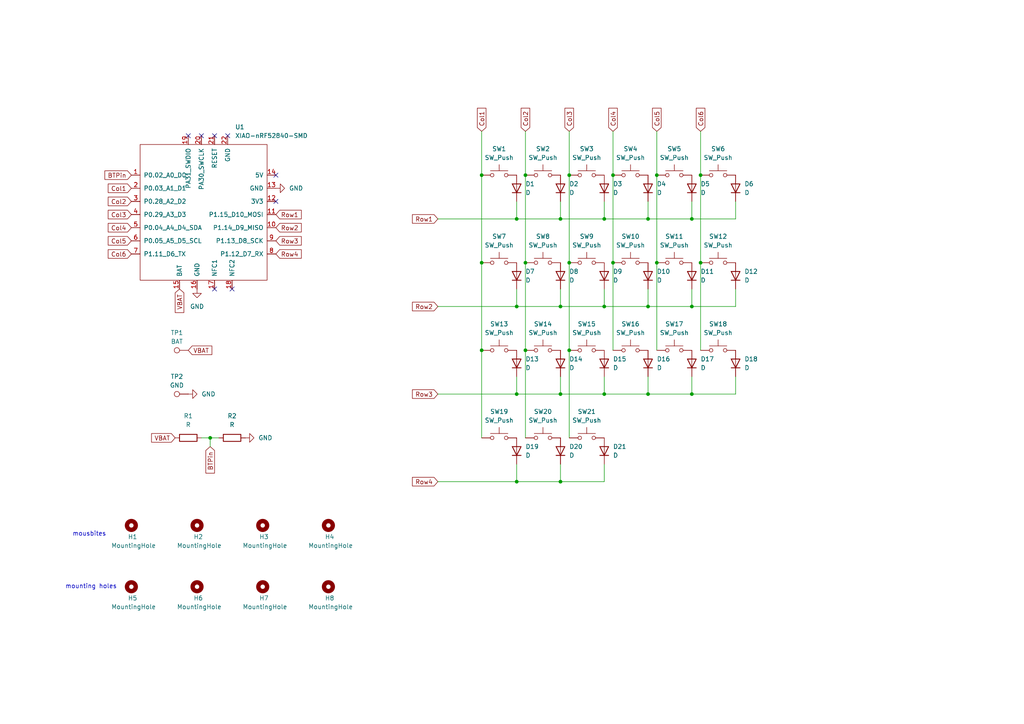
<source format=kicad_sch>
(kicad_sch (version 20250114) (generator "eeschema") (generator_version "9.0")
  (paper "A4")
  (lib_symbols
    (symbol "Connector:TestPoint" (pin_numbers (hide yes)) (pin_names (offset 0.762) (hide yes))
      (property "Reference" "TP" (at 0 6.858 0))
      (property "Value" "TestPoint" (at 0 5.08 0))
      (symbol "TestPoint_0_1"
        (circle (center 0 3.302) (radius 0.762))
      )
      (symbol "TestPoint_1_1"
        (pin passive line (at 0 0 90) (length 2.54) (name "1") (number "1"))
      )
    )
    (symbol "Device:D" (pin_numbers (hide yes)) (pin_names (offset 1.016) (hide yes))
      (property "Reference" "D" (at 0 2.54 0))
      (property "Value" "D" (at 0 -2.54 0))
      (symbol "D_0_1"
        (polyline (pts (xy -1.27 1.27) (xy -1.27 -1.27)) (stroke (width 0.254)))
        (polyline (pts (xy 1.27 1.27) (xy 1.27 -1.27) (xy -1.27 0) (xy 1.27 1.27)) (stroke (width 0.254)))
        (polyline (pts (xy 1.27 0) (xy -1.27 0)))
      )
      (symbol "D_1_1"
        (pin passive line (at -3.81 0 0) (length 2.54) (name "K") (number "1"))
        (pin passive line (at 3.81 0 180) (length 2.54) (name "A") (number "2"))
      )
    )
    (symbol "Device:R" (pin_numbers (hide yes)) (pin_names (offset 0))
      (property "Reference" "R" (at 2.032 0 90))
      (property "Value" "R" (at 0 0 90))
      (symbol "R_0_1"
        (rectangle (start -1.016 -2.54) (end 1.016 2.54) (stroke (width 0.254)))
      )
      (symbol "R_1_1"
        (pin passive line (at 0 3.81 270) (length 1.27) (name "~") (number "1"))
        (pin passive line (at 0 -3.81 90) (length 1.27) (name "~") (number "2"))
      )
    )
    (symbol "Mechanical:MountingHole" (pin_names (offset 1.016)) (in_bom no)
      (property "Reference" "H" (at 0 5.08 0))
      (property "Value" "MountingHole" (at 0 3.175 0))
      (symbol "MountingHole_0_1"
        (circle (center 0 0) (radius 1.27) (stroke (width 1.27)))
      )
    )
    (symbol "Seeed_Studio_XIAO_Series:XIAO-nRF52840-SMD" (pin_names (offset 1.016))
      (property "Reference" "U" (at -18.542 23.114 0))
      (property "Value" "XIAO-nRF52840-SMD" (at -8.636 21.336 0))
      (symbol "XIAO-nRF52840-SMD_0_1"
        (rectangle (start -19.05 20.32) (end 17.78 -19.05))
      )
      (symbol "XIAO-nRF52840-SMD_1_1"
        (pin passive line (at -21.59 11.43 0) (length 2.54) (name "P0.02_A0_D0") (number "1"))
        (pin passive line (at -21.59 7.62 0) (length 2.54) (name "P0.03_A1_D1") (number "2"))
        (pin passive line (at -21.59 3.81 0) (length 2.54) (name "P0.28_A2_D2") (number "3"))
        (pin passive line (at -21.59 0 0) (length 2.54) (name "P0.29_A3_D3") (number "4"))
        (pin passive line (at -21.59 -3.81 0) (length 2.54) (name "P0.04_A4_D4_SDA") (number "5"))
        (pin passive line (at -21.59 -7.62 0) (length 2.54) (name "P0.05_A5_D5_SCL") (number "6"))
        (pin passive line (at -21.59 -11.43 0) (length 2.54) (name "P1.11_D6_TX") (number "7"))
        (pin passive line (at -7.62 -21.59 90) (length 2.54) (name "BAT") (number "15"))
        (pin passive line (at -5.08 22.86 270) (length 2.54) (name "PA31_SWDIO") (number "19"))
        (pin passive line (at -2.54 -21.59 90) (length 2.54) (name "GND") (number "16"))
        (pin passive line (at -1.27 22.86 270) (length 2.54) (name "PA30_SWCLK") (number "20"))
        (pin passive line (at 2.54 22.86 270) (length 2.54) (name "RESET") (number "21"))
        (pin passive line (at 2.54 -21.59 90) (length 2.54) (name "NFC1") (number "17"))
        (pin passive line (at 6.35 22.86 270) (length 2.54) (name "GND") (number "22"))
        (pin passive line (at 7.62 -21.59 90) (length 2.54) (name "NFC2") (number "18"))
        (pin passive line (at 20.32 11.43 180) (length 2.54) (name "5V") (number "14"))
        (pin passive line (at 20.32 7.62 180) (length 2.54) (name "GND") (number "13"))
        (pin passive line (at 20.32 3.81 180) (length 2.54) (name "3V3") (number "12"))
        (pin passive line (at 20.32 0 180) (length 2.54) (name "P1.15_D10_MOSI") (number "11"))
        (pin passive line (at 20.32 -3.81 180) (length 2.54) (name "P1.14_D9_MISO") (number "10"))
        (pin passive line (at 20.32 -7.62 180) (length 2.54) (name "P1.13_D8_SCK") (number "9"))
        (pin passive line (at 20.32 -11.43 180) (length 2.54) (name "P1.12_D7_RX") (number "8"))
      )
    )
    (symbol "Switch:SW_Push" (pin_numbers (hide yes)) (pin_names (offset 1.016) (hide yes))
      (property "Reference" "SW" (at 1.27 2.54 0))
      (property "Value" "SW_Push" (at 0 -1.524 0))
      (symbol "SW_Push_0_1"
        (circle (center -2.032 0) (radius 0.508))
        (polyline (pts (xy 0 1.27) (xy 0 3.048)))
        (circle (center 2.032 0) (radius 0.508))
        (polyline (pts (xy 2.54 1.27) (xy -2.54 1.27)))
        (pin passive line (at -5.08 0 0) (length 2.54) (name "1") (number "1"))
        (pin passive line (at 5.08 0 180) (length 2.54) (name "2") (number "2"))
      )
    )
    (symbol "power:GND" (power) (pin_numbers (hide yes)) (pin_names (offset 0) (hide yes))
      (property "Value" "GND" (at 0 -3.81 0))
      (symbol "GND_0_1"
        (polyline (pts (xy 0 0) (xy 0 -1.27) (xy 1.27 -1.27) (xy 0 -2.54) (xy -1.27 -1.27) (xy 0 -1.27)))
      )
      (symbol "GND_1_1"
        (pin power_in line (at 0 0 270) (length 0) (name "~") (number "1"))
      )
    )
  )
  (text "mounting holes\n" (at 26.416 170.18 0) (effects (font (size 1.27 1.27))))
  (text "mousbites" (at 25.908 154.94 0) (effects (font (size 1.27 1.27))))
  (junction (at 162.56 114.3))
  (junction (at 177.8 76.2))
  (junction (at 165.1 101.6))
  (junction (at 162.56 63.5))
  (junction (at 152.4 76.2))
  (junction (at 190.5 76.2))
  (junction (at 162.56 88.9))
  (junction (at 200.66 63.5))
  (junction (at 190.5 50.8))
  (junction (at 200.66 114.3))
  (junction (at 60.96 127))
  (junction (at 139.7 101.6))
  (junction (at 149.86 63.5))
  (junction (at 165.1 76.2))
  (junction (at 175.26 114.3))
  (junction (at 200.66 88.9))
  (junction (at 203.2 76.2))
  (junction (at 149.86 114.3))
  (junction (at 187.96 88.9))
  (junction (at 149.86 139.7))
  (junction (at 175.26 88.9))
  (junction (at 187.96 63.5))
  (junction (at 177.8 50.8))
  (junction (at 149.86 88.9))
  (junction (at 175.26 63.5))
  (junction (at 152.4 101.6))
  (junction (at 187.96 114.3))
  (junction (at 139.7 50.8))
  (junction (at 162.56 139.7))
  (junction (at 152.4 50.8))
  (junction (at 165.1 50.8))
  (junction (at 203.2 50.8))
  (junction (at 139.7 76.2))
  (no_connect (at 62.23 39.37))
  (no_connect (at 67.31 83.82))
  (no_connect (at 54.61 39.37))
  (no_connect (at 80.01 58.42))
  (no_connect (at 58.42 39.37))
  (no_connect (at 80.01 50.8))
  (no_connect (at 66.04 39.37))
  (no_connect (at 62.23 83.82))
  (wire (pts (xy 200.66 63.5) (xy 213.36 63.5)))
  (wire (pts (xy 58.42 127) (xy 60.96 127)))
  (wire (pts (xy 175.26 114.3) (xy 187.96 114.3)))
  (wire (pts (xy 213.36 88.9) (xy 213.36 83.82)))
  (wire (pts (xy 149.86 139.7) (xy 162.56 139.7)))
  (wire (pts (xy 162.56 88.9) (xy 175.26 88.9)))
  (wire (pts (xy 162.56 139.7) (xy 175.26 139.7)))
  (wire (pts (xy 175.26 58.42) (xy 175.26 63.5)))
  (wire (pts (xy 149.86 134.62) (xy 149.86 139.7)))
  (wire (pts (xy 175.26 83.82) (xy 175.26 88.9)))
  (wire (pts (xy 139.7 38.1) (xy 139.7 50.8)))
  (wire (pts (xy 200.66 83.82) (xy 200.66 88.9)))
  (wire (pts (xy 187.96 109.22) (xy 187.96 114.3)))
  (wire (pts (xy 165.1 50.8) (xy 165.1 76.2)))
  (wire (pts (xy 149.86 58.42) (xy 149.86 63.5)))
  (wire (pts (xy 139.7 76.2) (xy 139.7 101.6)))
  (wire (pts (xy 149.86 109.22) (xy 149.86 114.3)))
  (wire (pts (xy 200.66 58.42) (xy 200.66 63.5)))
  (wire (pts (xy 165.1 76.2) (xy 165.1 101.6)))
  (wire (pts (xy 127 114.3) (xy 149.86 114.3)))
  (wire (pts (xy 152.4 50.8) (xy 152.4 76.2)))
  (wire (pts (xy 203.2 50.8) (xy 203.2 76.2)))
  (wire (pts (xy 175.26 109.22) (xy 175.26 114.3)))
  (wire (pts (xy 187.96 88.9) (xy 200.66 88.9)))
  (wire (pts (xy 60.96 127) (xy 63.5 127)))
  (wire (pts (xy 187.96 63.5) (xy 200.66 63.5)))
  (wire (pts (xy 165.1 38.1) (xy 165.1 50.8)))
  (wire (pts (xy 187.96 58.42) (xy 187.96 63.5)))
  (wire (pts (xy 152.4 101.6) (xy 152.4 127)))
  (wire (pts (xy 190.5 38.1) (xy 190.5 50.8)))
  (wire (pts (xy 139.7 50.8) (xy 139.7 76.2)))
  (wire (pts (xy 162.56 83.82) (xy 162.56 88.9)))
  (wire (pts (xy 162.56 63.5) (xy 175.26 63.5)))
  (wire (pts (xy 177.8 38.1) (xy 177.8 50.8)))
  (wire (pts (xy 175.26 88.9) (xy 187.96 88.9)))
  (wire (pts (xy 177.8 50.8) (xy 177.8 76.2)))
  (wire (pts (xy 149.86 63.5) (xy 162.56 63.5)))
  (wire (pts (xy 203.2 38.1) (xy 203.2 50.8)))
  (wire (pts (xy 162.56 58.42) (xy 162.56 63.5)))
  (wire (pts (xy 187.96 114.3) (xy 200.66 114.3)))
  (wire (pts (xy 127 88.9) (xy 149.86 88.9)))
  (wire (pts (xy 60.96 129.54) (xy 60.96 127)))
  (wire (pts (xy 190.5 50.8) (xy 190.5 76.2)))
  (wire (pts (xy 149.86 114.3) (xy 162.56 114.3)))
  (wire (pts (xy 187.96 83.82) (xy 187.96 88.9)))
  (wire (pts (xy 149.86 88.9) (xy 162.56 88.9)))
  (wire (pts (xy 162.56 109.22) (xy 162.56 114.3)))
  (wire (pts (xy 127 63.5) (xy 149.86 63.5)))
  (wire (pts (xy 203.2 76.2) (xy 203.2 101.6)))
  (wire (pts (xy 200.66 109.22) (xy 200.66 114.3)))
  (wire (pts (xy 162.56 134.62) (xy 162.56 139.7)))
  (wire (pts (xy 213.36 63.5) (xy 213.36 58.42)))
  (wire (pts (xy 127 139.7) (xy 149.86 139.7)))
  (wire (pts (xy 200.66 88.9) (xy 213.36 88.9)))
  (wire (pts (xy 165.1 101.6) (xy 165.1 127)))
  (wire (pts (xy 175.26 139.7) (xy 175.26 134.62)))
  (wire (pts (xy 190.5 76.2) (xy 190.5 101.6)))
  (wire (pts (xy 177.8 76.2) (xy 177.8 101.6)))
  (wire (pts (xy 213.36 114.3) (xy 213.36 109.22)))
  (wire (pts (xy 200.66 114.3) (xy 213.36 114.3)))
  (wire (pts (xy 152.4 38.1) (xy 152.4 50.8)))
  (wire (pts (xy 149.86 83.82) (xy 149.86 88.9)))
  (wire (pts (xy 175.26 63.5) (xy 187.96 63.5)))
  (wire (pts (xy 152.4 76.2) (xy 152.4 101.6)))
  (wire (pts (xy 162.56 114.3) (xy 175.26 114.3)))
  (wire (pts (xy 139.7 101.6) (xy 139.7 127)))
  (global_label "Row2" (shape input) (at 80.01 66.04 0) (property "Intersheetrefs" "${INTERSHEET_REFS}" (effects (hide yes))))
  (global_label "Row1" (shape input) (at 127 63.5 180) (property "Intersheetrefs" "${INTERSHEET_REFS}" (effects (hide yes))))
  (global_label "VBAT" (shape input) (at 52.07 83.82 270) (property "Intersheetrefs" "${INTERSHEET_REFS}" (effects (hide yes))))
  (global_label "Col3" (shape input) (at 165.1 38.1 90) (property "Intersheetrefs" "${INTERSHEET_REFS}" (effects (hide yes))))
  (global_label "VBAT" (shape input) (at 50.8 127 180) (property "Intersheetrefs" "${INTERSHEET_REFS}" (effects (hide yes))))
  (global_label "Col5" (shape input) (at 38.1 69.85 180) (property "Intersheetrefs" "${INTERSHEET_REFS}" (effects (hide yes))))
  (global_label "Col6" (shape input) (at 203.2 38.1 90) (property "Intersheetrefs" "${INTERSHEET_REFS}" (effects (hide yes))))
  (global_label "VBAT" (shape input) (at 54.61 101.6 0) (property "Intersheetrefs" "${INTERSHEET_REFS}" (effects (hide yes))))
  (global_label "Col2" (shape input) (at 152.4 38.1 90) (property "Intersheetrefs" "${INTERSHEET_REFS}" (effects (hide yes))))
  (global_label "Col2" (shape input) (at 38.1 58.42 180) (property "Intersheetrefs" "${INTERSHEET_REFS}" (effects (hide yes))))
  (global_label "Col4" (shape input) (at 177.8 38.1 90) (property "Intersheetrefs" "${INTERSHEET_REFS}" (effects (hide yes))))
  (global_label "Col1" (shape input) (at 139.7 38.1 90) (property "Intersheetrefs" "${INTERSHEET_REFS}" (effects (hide yes))))
  (global_label "Row2" (shape input) (at 127 88.9 180) (property "Intersheetrefs" "${INTERSHEET_REFS}" (effects (hide yes))))
  (global_label "BTPin" (shape input) (at 60.96 129.54 270) (property "Intersheetrefs" "${INTERSHEET_REFS}" (effects (hide yes))))
  (global_label "Col4" (shape input) (at 38.1 66.04 180) (property "Intersheetrefs" "${INTERSHEET_REFS}" (effects (hide yes))))
  (global_label "Col5" (shape input) (at 190.5 38.1 90) (property "Intersheetrefs" "${INTERSHEET_REFS}" (effects (hide yes))))
  (global_label "Col3" (shape input) (at 38.1 62.23 180) (property "Intersheetrefs" "${INTERSHEET_REFS}" (effects (hide yes))))
  (global_label "Col1" (shape input) (at 38.1 54.61 180) (property "Intersheetrefs" "${INTERSHEET_REFS}" (effects (hide yes))))
  (global_label "Row3" (shape input) (at 127 114.3 180) (property "Intersheetrefs" "${INTERSHEET_REFS}" (effects (hide yes))))
  (global_label "Row1" (shape input) (at 80.01 62.23 0) (property "Intersheetrefs" "${INTERSHEET_REFS}" (effects (hide yes))))
  (global_label "Row4" (shape input) (at 80.01 73.66 0) (property "Intersheetrefs" "${INTERSHEET_REFS}" (effects (hide yes))))
  (global_label "BTPin" (shape input) (at 38.1 50.8 180) (property "Intersheetrefs" "${INTERSHEET_REFS}" (effects (hide yes))))
  (global_label "Row3" (shape input) (at 80.01 69.85 0) (property "Intersheetrefs" "${INTERSHEET_REFS}" (effects (hide yes))))
  (global_label "Col6" (shape input) (at 38.1 73.66 180) (property "Intersheetrefs" "${INTERSHEET_REFS}" (effects (hide yes))))
  (global_label "Row4" (shape input) (at 127 139.7 180) (property "Intersheetrefs" "${INTERSHEET_REFS}" (effects (hide yes))))
  (symbol (lib_id "power:GND") (at 54.61 114.3 90) (unit 1)
    (property "Reference" "#PWR02" (effects (hide yes)))
    (property "Value" "GND" (at 58.42 114.2999 90) (effects (justify right)))
    (property "Description" "Power symbol creates a global label with name \"GND\" , ground" (effects (hide yes)))
  )
  (symbol (lib_id "power:GND") (at 57.15 83.82 0) (unit 1)
    (property "Reference" "#PWR05" (effects (hide yes)))
    (property "Value" "GND" (at 57.15 88.9 0))
    (property "Description" "Power symbol creates a global label with name \"GND\" , ground" (effects (hide yes)))
  )
  (symbol (lib_id "Device:D") (at 162.56 130.81 90) (unit 1)
    (property "Reference" "D20" (at 165.1 129.5399 90) (effects (justify right)))
    (property "Value" "D" (at 165.1 132.0799 90) (effects (justify right)))
    (property "Footprint" "Diode_THT:D_DO-35_SOD27_P7.62mm_Horizontal" (effects (hide yes)))
    (property "Description" "Diode" (effects (hide yes)))
    (property "Sim.Device" "D" (effects (hide yes)))
    (property "Sim.Pins" "1=K 2=A" (effects (hide yes)))
  )
  (symbol (lib_id "Switch:SW_Push") (at 170.18 50.8 0) (unit 1)
    (property "Reference" "SW3" (at 170.18 43.18 0))
    (property "Value" "SW_Push" (at 170.18 45.72 0))
    (property "Footprint" "GateronKS33Solder:Gateron-KS33-Solderable-1U" (effects (hide yes)))
    (property "Description" "Push button switch, generic, two pins" (effects (hide yes)))
  )
  (symbol (lib_id "Mechanical:MountingHole") (at 95.25 170.18 0) (unit 1) (in_bom no)
    (property "Reference" "H8" (at 94.234 173.482 0) (effects (justify left)))
    (property "Value" "MountingHole" (at 89.408 176.0219 0) (effects (justify left)))
    (property "Footprint" "TestPoint:TestPoint_Loop_D3.80mm_Drill2.8mm" (effects (hide yes)))
    (property "Description" "Mounting Hole without connection" (effects (hide yes)))
  )
  (symbol (lib_id "Device:R") (at 54.61 127 90) (unit 1)
    (property "Reference" "R1" (at 54.61 120.65 90))
    (property "Value" "R" (at 54.61 123.19 90))
    (property "Footprint" "Resistor_THT:R_Axial_DIN0207_L6.3mm_D2.5mm_P7.62mm_Horizontal" (effects (hide yes)))
    (property "Description" "Resistor" (effects (hide yes)))
  )
  (symbol (lib_id "Mechanical:MountingHole") (at 95.25 152.4 0) (unit 1) (in_bom no)
    (property "Reference" "H4" (at 94.234 155.702 0) (effects (justify left)))
    (property "Value" "MountingHole" (at 89.408 158.2419 0) (effects (justify left)))
    (property "Footprint" "Panelization:mouse-bite-5mm-slot" (effects (hide yes)))
    (property "Description" "Mounting Hole without connection" (effects (hide yes)))
  )
  (symbol (lib_id "Switch:SW_Push") (at 195.58 76.2 0) (unit 1)
    (property "Reference" "SW11" (at 195.58 68.58 0))
    (property "Value" "SW_Push" (at 195.58 71.12 0))
    (property "Footprint" "GateronKS33Solder:Gateron-KS33-Solderable-1U" (effects (hide yes)))
    (property "Description" "Push button switch, generic, two pins" (effects (hide yes)))
  )
  (symbol (lib_id "Switch:SW_Push") (at 157.48 50.8 0) (unit 1)
    (property "Reference" "SW2" (at 157.48 43.18 0))
    (property "Value" "SW_Push" (at 157.48 45.72 0))
    (property "Footprint" "GateronKS33Solder:Gateron-KS33-Solderable-1U" (effects (hide yes)))
    (property "Description" "Push button switch, generic, two pins" (effects (hide yes)))
  )
  (symbol (lib_id "Device:D") (at 213.36 54.61 90) (unit 1)
    (property "Reference" "D6" (at 215.9 53.3399 90) (effects (justify right)))
    (property "Value" "D" (at 215.9 55.8799 90) (effects (justify right)))
    (property "Footprint" "Diode_THT:D_DO-35_SOD27_P7.62mm_Horizontal" (effects (hide yes)))
    (property "Description" "Diode" (effects (hide yes)))
    (property "Sim.Device" "D" (effects (hide yes)))
    (property "Sim.Pins" "1=K 2=A" (effects (hide yes)))
  )
  (symbol (lib_id "Device:D") (at 162.56 54.61 90) (unit 1)
    (property "Reference" "D2" (at 165.1 53.3399 90) (effects (justify right)))
    (property "Value" "D" (at 165.1 55.8799 90) (effects (justify right)))
    (property "Footprint" "Diode_THT:D_DO-35_SOD27_P7.62mm_Horizontal" (effects (hide yes)))
    (property "Description" "Diode" (effects (hide yes)))
    (property "Sim.Device" "D" (effects (hide yes)))
    (property "Sim.Pins" "1=K 2=A" (effects (hide yes)))
  )
  (symbol (lib_id "Connector:TestPoint") (at 54.61 114.3 90) (unit 1)
    (property "Reference" "TP2" (at 51.308 109.22 90))
    (property "Value" "GND" (at 51.308 111.76 90))
    (property "Footprint" "TestPoint:TestPoint_Pad_D2.0mm" (effects (hide yes)))
    (property "Description" "test point" (effects (hide yes)))
  )
  (symbol (lib_id "Device:D") (at 149.86 54.61 90) (unit 1)
    (property "Reference" "D1" (at 152.4 53.3399 90) (effects (justify right)))
    (property "Value" "D" (at 152.4 55.8799 90) (effects (justify right)))
    (property "Footprint" "Diode_THT:D_DO-35_SOD27_P7.62mm_Horizontal" (effects (hide yes)))
    (property "Description" "Diode" (effects (hide yes)))
    (property "Sim.Device" "D" (effects (hide yes)))
    (property "Sim.Pins" "1=K 2=A" (effects (hide yes)))
  )
  (symbol (lib_id "Device:D") (at 187.96 105.41 90) (unit 1)
    (property "Reference" "D16" (at 190.5 104.1399 90) (effects (justify right)))
    (property "Value" "D" (at 190.5 106.6799 90) (effects (justify right)))
    (property "Footprint" "Diode_THT:D_DO-35_SOD27_P7.62mm_Horizontal" (effects (hide yes)))
    (property "Description" "Diode" (effects (hide yes)))
    (property "Sim.Device" "D" (effects (hide yes)))
    (property "Sim.Pins" "1=K 2=A" (effects (hide yes)))
  )
  (symbol (lib_id "Device:D") (at 213.36 80.01 90) (unit 1)
    (property "Reference" "D12" (at 215.9 78.7399 90) (effects (justify right)))
    (property "Value" "D" (at 215.9 81.2799 90) (effects (justify right)))
    (property "Footprint" "Diode_THT:D_DO-35_SOD27_P7.62mm_Horizontal" (effects (hide yes)))
    (property "Description" "Diode" (effects (hide yes)))
    (property "Sim.Device" "D" (effects (hide yes)))
    (property "Sim.Pins" "1=K 2=A" (effects (hide yes)))
  )
  (symbol (lib_id "Switch:SW_Push") (at 182.88 50.8 0) (unit 1)
    (property "Reference" "SW4" (at 182.88 43.18 0))
    (property "Value" "SW_Push" (at 182.88 45.72 0))
    (property "Footprint" "GateronKS33Solder:Gateron-KS33-Solderable-1U" (effects (hide yes)))
    (property "Description" "Push button switch, generic, two pins" (effects (hide yes)))
  )
  (symbol (lib_id "Switch:SW_Push") (at 170.18 101.6 0) (unit 1)
    (property "Reference" "SW15" (at 170.18 93.98 0))
    (property "Value" "SW_Push" (at 170.18 96.52 0))
    (property "Footprint" "GateronKS33Solder:Gateron-KS33-Solderable-1U" (effects (hide yes)))
    (property "Description" "Push button switch, generic, two pins" (effects (hide yes)))
  )
  (symbol (lib_id "power:GND") (at 80.01 54.61 90) (unit 1)
    (property "Reference" "#PWR03" (effects (hide yes)))
    (property "Value" "GND" (at 83.82 54.6099 90) (effects (justify right)))
    (property "Description" "Power symbol creates a global label with name \"GND\" , ground" (effects (hide yes)))
  )
  (symbol (lib_id "Switch:SW_Push") (at 144.78 127 0) (unit 1)
    (property "Reference" "SW19" (at 144.78 119.38 0))
    (property "Value" "SW_Push" (at 144.78 121.92 0))
    (property "Footprint" "GateronKS33Solder:Gateron-KS33-Solderable-1U" (effects (hide yes)))
    (property "Description" "Push button switch, generic, two pins" (effects (hide yes)))
  )
  (symbol (lib_id "Switch:SW_Push") (at 195.58 101.6 0) (unit 1)
    (property "Reference" "SW17" (at 195.58 93.98 0))
    (property "Value" "SW_Push" (at 195.58 96.52 0))
    (property "Footprint" "GateronKS33Solder:Gateron-KS33-Solderable-1U" (effects (hide yes)))
    (property "Description" "Push button switch, generic, two pins" (effects (hide yes)))
  )
  (symbol (lib_id "Mechanical:MountingHole") (at 38.1 170.18 0) (unit 1) (in_bom no)
    (property "Reference" "H5" (at 37.084 173.482 0) (effects (justify left)))
    (property "Value" "MountingHole" (at 32.258 176.0219 0) (effects (justify left)))
    (property "Footprint" "TestPoint:TestPoint_Loop_D3.80mm_Drill2.8mm" (effects (hide yes)))
    (property "Description" "Mounting Hole without connection" (effects (hide yes)))
  )
  (symbol (lib_id "Switch:SW_Push") (at 144.78 76.2 0) (unit 1)
    (property "Reference" "SW7" (at 144.78 68.58 0))
    (property "Value" "SW_Push" (at 144.78 71.12 0))
    (property "Footprint" "GateronKS33Solder:Gateron-KS33-Solderable-1U" (effects (hide yes)))
    (property "Description" "Push button switch, generic, two pins" (effects (hide yes)))
  )
  (symbol (lib_id "Switch:SW_Push") (at 208.28 101.6 0) (unit 1)
    (property "Reference" "SW18" (at 208.28 93.98 0))
    (property "Value" "SW_Push" (at 208.28 96.52 0))
    (property "Footprint" "GateronKS33Solder:Gateron-KS33-Solderable-1U" (effects (hide yes)))
    (property "Description" "Push button switch, generic, two pins" (effects (hide yes)))
  )
  (symbol (lib_id "Device:D") (at 200.66 80.01 90) (unit 1)
    (property "Reference" "D11" (at 203.2 78.7399 90) (effects (justify right)))
    (property "Value" "D" (at 203.2 81.2799 90) (effects (justify right)))
    (property "Footprint" "Diode_THT:D_DO-35_SOD27_P7.62mm_Horizontal" (effects (hide yes)))
    (property "Description" "Diode" (effects (hide yes)))
    (property "Sim.Device" "D" (effects (hide yes)))
    (property "Sim.Pins" "1=K 2=A" (effects (hide yes)))
  )
  (symbol (lib_id "Device:D") (at 213.36 105.41 90) (unit 1)
    (property "Reference" "D18" (at 215.9 104.1399 90) (effects (justify right)))
    (property "Value" "D" (at 215.9 106.6799 90) (effects (justify right)))
    (property "Footprint" "Diode_THT:D_DO-35_SOD27_P7.62mm_Horizontal" (effects (hide yes)))
    (property "Description" "Diode" (effects (hide yes)))
    (property "Sim.Device" "D" (effects (hide yes)))
    (property "Sim.Pins" "1=K 2=A" (effects (hide yes)))
  )
  (symbol (lib_id "Connector:TestPoint") (at 54.61 101.6 90) (unit 1)
    (property "Reference" "TP1" (at 51.308 96.52 90))
    (property "Value" "BAT" (at 51.308 99.06 90))
    (property "Footprint" "TestPoint:TestPoint_Pad_D2.0mm" (effects (hide yes)))
    (property "Description" "test point" (effects (hide yes)))
  )
  (symbol (lib_id "Switch:SW_Push") (at 144.78 50.8 0) (unit 1)
    (property "Reference" "SW1" (at 144.78 43.18 0))
    (property "Value" "SW_Push" (at 144.78 45.72 0))
    (property "Footprint" "GateronKS33Solder:Gateron-KS33-Solderable-1U" (effects (hide yes)))
    (property "Description" "Push button switch, generic, two pins" (effects (hide yes)))
  )
  (symbol (lib_id "Switch:SW_Push") (at 157.48 76.2 0) (unit 1)
    (property "Reference" "SW8" (at 157.48 68.58 0))
    (property "Value" "SW_Push" (at 157.48 71.12 0))
    (property "Footprint" "GateronKS33Solder:Gateron-KS33-Solderable-1U" (effects (hide yes)))
    (property "Description" "Push button switch, generic, two pins" (effects (hide yes)))
  )
  (symbol (lib_id "Switch:SW_Push") (at 157.48 101.6 0) (unit 1)
    (property "Reference" "SW14" (at 157.48 93.98 0))
    (property "Value" "SW_Push" (at 157.48 96.52 0))
    (property "Footprint" "GateronKS33Solder:Gateron-KS33-Solderable-1U" (effects (hide yes)))
    (property "Description" "Push button switch, generic, two pins" (effects (hide yes)))
  )
  (symbol (lib_id "Device:D") (at 162.56 105.41 90) (unit 1)
    (property "Reference" "D14" (at 165.1 104.1399 90) (effects (justify right)))
    (property "Value" "D" (at 165.1 106.6799 90) (effects (justify right)))
    (property "Footprint" "Diode_THT:D_DO-35_SOD27_P7.62mm_Horizontal" (effects (hide yes)))
    (property "Description" "Diode" (effects (hide yes)))
    (property "Sim.Device" "D" (effects (hide yes)))
    (property "Sim.Pins" "1=K 2=A" (effects (hide yes)))
  )
  (symbol (lib_id "Switch:SW_Push") (at 144.78 101.6 0) (unit 1)
    (property "Reference" "SW13" (at 144.78 93.98 0))
    (property "Value" "SW_Push" (at 144.78 96.52 0))
    (property "Footprint" "GateronKS33Solder:Gateron-KS33-Solderable-1U" (effects (hide yes)))
    (property "Description" "Push button switch, generic, two pins" (effects (hide yes)))
  )
  (symbol (lib_id "Device:D") (at 175.26 105.41 90) (unit 1)
    (property "Reference" "D15" (at 177.8 104.1399 90) (effects (justify right)))
    (property "Value" "D" (at 177.8 106.6799 90) (effects (justify right)))
    (property "Footprint" "Diode_THT:D_DO-35_SOD27_P7.62mm_Horizontal" (effects (hide yes)))
    (property "Description" "Diode" (effects (hide yes)))
    (property "Sim.Device" "D" (effects (hide yes)))
    (property "Sim.Pins" "1=K 2=A" (effects (hide yes)))
  )
  (symbol (lib_id "Device:D") (at 200.66 54.61 90) (unit 1)
    (property "Reference" "D5" (at 203.2 53.3399 90) (effects (justify right)))
    (property "Value" "D" (at 203.2 55.8799 90) (effects (justify right)))
    (property "Footprint" "Diode_THT:D_DO-35_SOD27_P7.62mm_Horizontal" (effects (hide yes)))
    (property "Description" "Diode" (effects (hide yes)))
    (property "Sim.Device" "D" (effects (hide yes)))
    (property "Sim.Pins" "1=K 2=A" (effects (hide yes)))
  )
  (symbol (lib_id "Device:D") (at 175.26 80.01 90) (unit 1)
    (property "Reference" "D9" (at 177.8 78.7399 90) (effects (justify right)))
    (property "Value" "D" (at 177.8 81.2799 90) (effects (justify right)))
    (property "Footprint" "Diode_THT:D_DO-35_SOD27_P7.62mm_Horizontal" (effects (hide yes)))
    (property "Description" "Diode" (effects (hide yes)))
    (property "Sim.Device" "D" (effects (hide yes)))
    (property "Sim.Pins" "1=K 2=A" (effects (hide yes)))
  )
  (symbol (lib_id "Seeed_Studio_XIAO_Series:XIAO-nRF52840-SMD") (at 59.69 62.23 0) (unit 1)
    (property "Reference" "U1" (at 68.1833 36.83 0) (effects (justify left)))
    (property "Value" "XIAO-nRF52840-SMD" (at 68.1833 39.37 0) (effects (justify left)))
    (property "Footprint" "Moddedxiao:modified-XIAO-nRF52840-SMD" (effects (hide yes)))
  )
  (symbol (lib_id "Switch:SW_Push") (at 208.28 50.8 0) (unit 1)
    (property "Reference" "SW6" (at 208.28 43.18 0))
    (property "Value" "SW_Push" (at 208.28 45.72 0))
    (property "Footprint" "GateronKS33Solder:Gateron-KS33-Solderable-1U" (effects (hide yes)))
    (property "Description" "Push button switch, generic, two pins" (effects (hide yes)))
  )
  (symbol (lib_id "Device:R") (at 67.31 127 90) (unit 1)
    (property "Reference" "R2" (at 67.31 120.65 90))
    (property "Value" "R" (at 67.31 123.19 90))
    (property "Footprint" "Resistor_THT:R_Axial_DIN0207_L6.3mm_D2.5mm_P7.62mm_Horizontal" (effects (hide yes)))
    (property "Description" "Resistor" (effects (hide yes)))
  )
  (symbol (lib_id "power:GND") (at 71.12 127 90) (unit 1)
    (property "Reference" "#PWR07" (effects (hide yes)))
    (property "Value" "GND" (at 74.93 126.9999 90) (effects (justify right)))
    (property "Description" "Power symbol creates a global label with name \"GND\" , ground" (effects (hide yes)))
  )
  (symbol (lib_id "Device:D") (at 162.56 80.01 90) (unit 1)
    (property "Reference" "D8" (at 165.1 78.7399 90) (effects (justify right)))
    (property "Value" "D" (at 165.1 81.2799 90) (effects (justify right)))
    (property "Footprint" "Diode_THT:D_DO-35_SOD27_P7.62mm_Horizontal" (effects (hide yes)))
    (property "Description" "Diode" (effects (hide yes)))
    (property "Sim.Device" "D" (effects (hide yes)))
    (property "Sim.Pins" "1=K 2=A" (effects (hide yes)))
  )
  (symbol (lib_id "Switch:SW_Push") (at 182.88 76.2 0) (unit 1)
    (property "Reference" "SW10" (at 182.88 68.58 0))
    (property "Value" "SW_Push" (at 182.88 71.12 0))
    (property "Footprint" "GateronKS33Solder:Gateron-KS33-Solderable-1U" (effects (hide yes)))
    (property "Description" "Push button switch, generic, two pins" (effects (hide yes)))
  )
  (symbol (lib_id "Device:D") (at 187.96 54.61 90) (unit 1)
    (property "Reference" "D4" (at 190.5 53.3399 90) (effects (justify right)))
    (property "Value" "D" (at 190.5 55.8799 90) (effects (justify right)))
    (property "Footprint" "Diode_THT:D_DO-35_SOD27_P7.62mm_Horizontal" (effects (hide yes)))
    (property "Description" "Diode" (effects (hide yes)))
    (property "Sim.Device" "D" (effects (hide yes)))
    (property "Sim.Pins" "1=K 2=A" (effects (hide yes)))
  )
  (symbol (lib_id "Device:D") (at 149.86 130.81 90) (unit 1)
    (property "Reference" "D19" (at 152.4 129.5399 90) (effects (justify right)))
    (property "Value" "D" (at 152.4 132.0799 90) (effects (justify right)))
    (property "Footprint" "Diode_THT:D_DO-35_SOD27_P7.62mm_Horizontal" (effects (hide yes)))
    (property "Description" "Diode" (effects (hide yes)))
    (property "Sim.Device" "D" (effects (hide yes)))
    (property "Sim.Pins" "1=K 2=A" (effects (hide yes)))
  )
  (symbol (lib_id "Mechanical:MountingHole") (at 38.1 152.4 0) (unit 1) (in_bom no)
    (property "Reference" "H1" (at 37.084 155.702 0) (effects (justify left)))
    (property "Value" "MountingHole" (at 32.258 158.2419 0) (effects (justify left)))
    (property "Footprint" "Panelization:mouse-bite-5mm-slot" (effects (hide yes)))
    (property "Description" "Mounting Hole without connection" (effects (hide yes)))
  )
  (symbol (lib_id "Device:D") (at 175.26 54.61 90) (unit 1)
    (property "Reference" "D3" (at 177.8 53.3399 90) (effects (justify right)))
    (property "Value" "D" (at 177.8 55.8799 90) (effects (justify right)))
    (property "Footprint" "Diode_THT:D_DO-35_SOD27_P7.62mm_Horizontal" (effects (hide yes)))
    (property "Description" "Diode" (effects (hide yes)))
    (property "Sim.Device" "D" (effects (hide yes)))
    (property "Sim.Pins" "1=K 2=A" (effects (hide yes)))
  )
  (symbol (lib_id "Mechanical:MountingHole") (at 57.15 170.18 0) (unit 1) (in_bom no)
    (property "Reference" "H6" (at 56.134 173.482 0) (effects (justify left)))
    (property "Value" "MountingHole" (at 51.308 176.0219 0) (effects (justify left)))
    (property "Footprint" "TestPoint:TestPoint_Loop_D3.80mm_Drill2.8mm" (effects (hide yes)))
    (property "Description" "Mounting Hole without connection" (effects (hide yes)))
  )
  (symbol (lib_id "Mechanical:MountingHole") (at 76.2 170.18 0) (unit 1) (in_bom no)
    (property "Reference" "H7" (at 75.184 173.482 0) (effects (justify left)))
    (property "Value" "MountingHole" (at 70.358 176.0219 0) (effects (justify left)))
    (property "Footprint" "TestPoint:TestPoint_Loop_D3.80mm_Drill2.8mm" (effects (hide yes)))
    (property "Description" "Mounting Hole without connection" (effects (hide yes)))
  )
  (symbol (lib_id "Device:D") (at 175.26 130.81 90) (unit 1)
    (property "Reference" "D21" (at 177.8 129.5399 90) (effects (justify right)))
    (property "Value" "D" (at 177.8 132.0799 90) (effects (justify right)))
    (property "Footprint" "Diode_THT:D_DO-35_SOD27_P7.62mm_Horizontal" (effects (hide yes)))
    (property "Description" "Diode" (effects (hide yes)))
    (property "Sim.Device" "D" (effects (hide yes)))
    (property "Sim.Pins" "1=K 2=A" (effects (hide yes)))
  )
  (symbol (lib_id "Mechanical:MountingHole") (at 57.15 152.4 0) (unit 1) (in_bom no)
    (property "Reference" "H2" (at 56.134 155.702 0) (effects (justify left)))
    (property "Value" "MountingHole" (at 51.308 158.2419 0) (effects (justify left)))
    (property "Footprint" "Panelization:mouse-bite-5mm-slot" (effects (hide yes)))
    (property "Description" "Mounting Hole without connection" (effects (hide yes)))
  )
  (symbol (lib_id "Device:D") (at 149.86 105.41 90) (unit 1)
    (property "Reference" "D13" (at 152.4 104.1399 90) (effects (justify right)))
    (property "Value" "D" (at 152.4 106.6799 90) (effects (justify right)))
    (property "Footprint" "Diode_THT:D_DO-35_SOD27_P7.62mm_Horizontal" (effects (hide yes)))
    (property "Description" "Diode" (effects (hide yes)))
    (property "Sim.Device" "D" (effects (hide yes)))
    (property "Sim.Pins" "1=K 2=A" (effects (hide yes)))
  )
  (symbol (lib_id "Device:D") (at 149.86 80.01 90) (unit 1)
    (property "Reference" "D7" (at 152.4 78.7399 90) (effects (justify right)))
    (property "Value" "D" (at 152.4 81.2799 90) (effects (justify right)))
    (property "Footprint" "Diode_THT:D_DO-35_SOD27_P7.62mm_Horizontal" (effects (hide yes)))
    (property "Description" "Diode" (effects (hide yes)))
    (property "Sim.Device" "D" (effects (hide yes)))
    (property "Sim.Pins" "1=K 2=A" (effects (hide yes)))
  )
  (symbol (lib_id "Switch:SW_Push") (at 170.18 127 0) (unit 1)
    (property "Reference" "SW21" (at 170.18 119.38 0))
    (property "Value" "SW_Push" (at 170.18 121.92 0))
    (property "Footprint" "GateronKS33Solder:Gateron-KS33-Solderable-1U" (effects (hide yes)))
    (property "Description" "Push button switch, generic, two pins" (effects (hide yes)))
  )
  (symbol (lib_id "Mechanical:MountingHole") (at 76.2 152.4 0) (unit 1) (in_bom no)
    (property "Reference" "H3" (at 75.184 155.702 0) (effects (justify left)))
    (property "Value" "MountingHole" (at 70.358 158.2419 0) (effects (justify left)))
    (property "Footprint" "Panelization:mouse-bite-5mm-slot" (effects (hide yes)))
    (property "Description" "Mounting Hole without connection" (effects (hide yes)))
  )
  (symbol (lib_id "Switch:SW_Push") (at 182.88 101.6 0) (unit 1)
    (property "Reference" "SW16" (at 182.88 93.98 0))
    (property "Value" "SW_Push" (at 182.88 96.52 0))
    (property "Footprint" "GateronKS33Solder:Gateron-KS33-Solderable-1U" (effects (hide yes)))
    (property "Description" "Push button switch, generic, two pins" (effects (hide yes)))
  )
  (symbol (lib_id "Switch:SW_Push") (at 208.28 76.2 0) (unit 1)
    (property "Reference" "SW12" (at 208.28 68.58 0))
    (property "Value" "SW_Push" (at 208.28 71.12 0))
    (property "Footprint" "GateronKS33Solder:Gateron-KS33-Solderable-1U" (effects (hide yes)))
    (property "Description" "Push button switch, generic, two pins" (effects (hide yes)))
  )
  (symbol (lib_id "Device:D") (at 200.66 105.41 90) (unit 1)
    (property "Reference" "D17" (at 203.2 104.1399 90) (effects (justify right)))
    (property "Value" "D" (at 203.2 106.6799 90) (effects (justify right)))
    (property "Footprint" "Diode_THT:D_DO-35_SOD27_P7.62mm_Horizontal" (effects (hide yes)))
    (property "Description" "Diode" (effects (hide yes)))
    (property "Sim.Device" "D" (effects (hide yes)))
    (property "Sim.Pins" "1=K 2=A" (effects (hide yes)))
  )
  (symbol (lib_id "Device:D") (at 187.96 80.01 90) (unit 1)
    (property "Reference" "D10" (at 190.5 78.7399 90) (effects (justify right)))
    (property "Value" "D" (at 190.5 81.2799 90) (effects (justify right)))
    (property "Footprint" "Diode_THT:D_DO-35_SOD27_P7.62mm_Horizontal" (effects (hide yes)))
    (property "Description" "Diode" (effects (hide yes)))
    (property "Sim.Device" "D" (effects (hide yes)))
    (property "Sim.Pins" "1=K 2=A" (effects (hide yes)))
  )
  (symbol (lib_id "Switch:SW_Push") (at 157.48 127 0) (unit 1)
    (property "Reference" "SW20" (at 157.48 119.38 0))
    (property "Value" "SW_Push" (at 157.48 121.92 0))
    (property "Footprint" "GateronKS33Solder:Gateron-KS33-Solderable-2U" (effects (hide yes)))
    (property "Description" "Push button switch, generic, two pins" (effects (hide yes)))
  )
  (symbol (lib_id "Switch:SW_Push") (at 170.18 76.2 0) (unit 1)
    (property "Reference" "SW9" (at 170.18 68.58 0))
    (property "Value" "SW_Push" (at 170.18 71.12 0))
    (property "Footprint" "GateronKS33Solder:Gateron-KS33-Solderable-1U" (effects (hide yes)))
    (property "Description" "Push button switch, generic, two pins" (effects (hide yes)))
  )
  (symbol (lib_id "Switch:SW_Push") (at 195.58 50.8 0) (unit 1)
    (property "Reference" "SW5" (at 195.58 43.18 0))
    (property "Value" "SW_Push" (at 195.58 45.72 0))
    (property "Footprint" "GateronKS33Solder:Gateron-KS33-Solderable-1U" (effects (hide yes)))
    (property "Description" "Push button switch, generic, two pins" (effects (hide yes)))
  )
)
</source>
